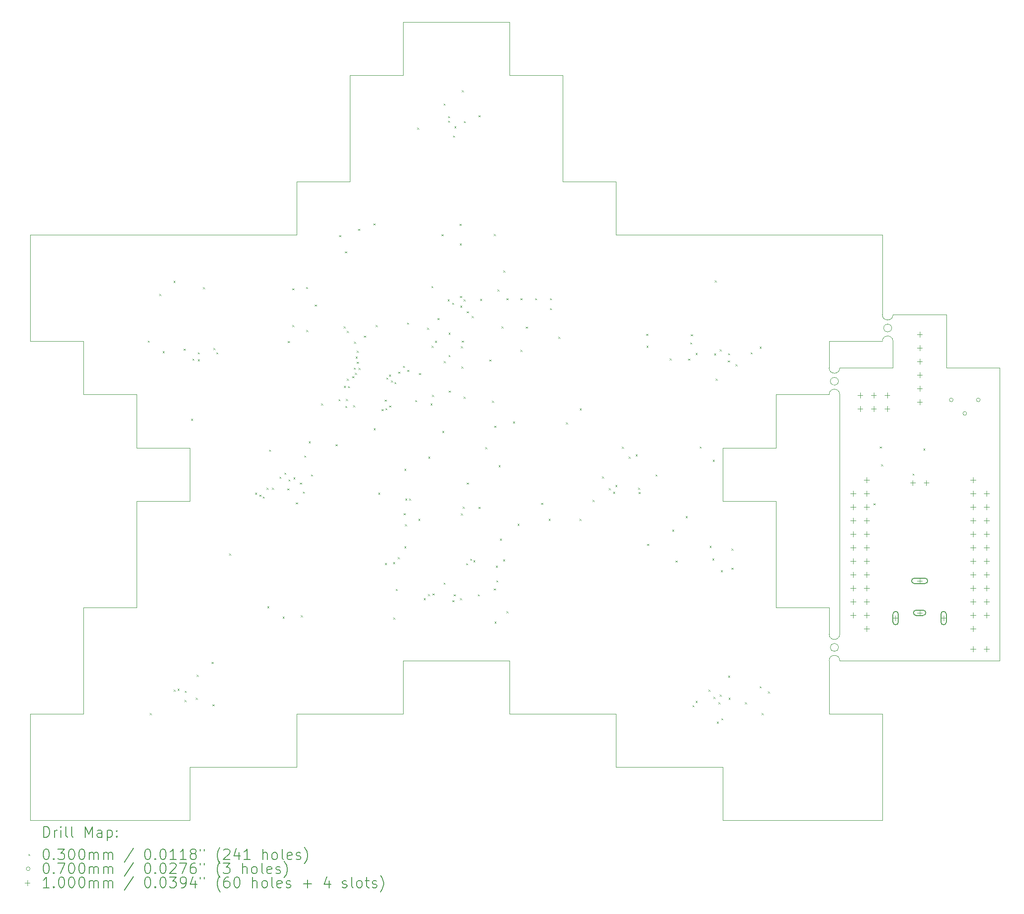
<source format=gbr>
%TF.GenerationSoftware,KiCad,Pcbnew,(6.0.7-1)-1*%
%TF.CreationDate,2022-10-07T15:09:25-06:00*%
%TF.ProjectId,starman,73746172-6d61-46e2-9e6b-696361645f70,rev?*%
%TF.SameCoordinates,Original*%
%TF.FileFunction,Drillmap*%
%TF.FilePolarity,Positive*%
%FSLAX45Y45*%
G04 Gerber Fmt 4.5, Leading zero omitted, Abs format (unit mm)*
G04 Created by KiCad (PCBNEW (6.0.7-1)-1) date 2022-10-07 15:09:25*
%MOMM*%
%LPD*%
G01*
G04 APERTURE LIST*
%ADD10C,0.100000*%
%ADD11C,0.200000*%
%ADD12C,0.030000*%
%ADD13C,0.070000*%
G04 APERTURE END LIST*
D10*
X19175000Y-8750000D02*
G75*
G03*
X19175000Y-8750000I-75000J0D01*
G01*
X18200000Y-11300000D02*
X18200000Y-10000000D01*
X18200000Y-15000000D02*
G75*
G03*
X18000000Y-15000000I-100000J0D01*
G01*
X10000000Y-3000000D02*
X12000000Y-3000000D01*
X17000000Y-12000000D02*
X17000000Y-14000000D01*
X6000000Y-17000000D02*
X6000000Y-18000000D01*
X21200000Y-9500000D02*
X20200000Y-9500000D01*
X18200000Y-14500000D02*
X18200000Y-11300000D01*
X12000000Y-3000000D02*
X12000000Y-4000000D01*
X16000000Y-11000000D02*
X16000000Y-12000000D01*
X13000000Y-4000000D02*
X13000000Y-6000000D01*
X9000000Y-6000000D02*
X9000000Y-4000000D01*
X18000000Y-15000000D02*
X18000000Y-16000000D01*
X14000000Y-6000000D02*
X14000000Y-7000000D01*
X16000000Y-17000000D02*
X14000000Y-17000000D01*
X4000000Y-10000000D02*
X4000000Y-9000000D01*
X3000000Y-16000000D02*
X4000000Y-16000000D01*
X12000000Y-16000000D02*
X12000000Y-15000000D01*
X21200000Y-11300000D02*
X21200000Y-15000000D01*
X4000000Y-14000000D02*
X5000000Y-14000000D01*
X3000000Y-9000000D02*
X3000000Y-8000000D01*
X18200000Y-9500000D02*
X19200000Y-9500000D01*
X12000000Y-15000000D02*
X10000000Y-15000000D01*
X5000000Y-12000000D02*
X6000000Y-12000000D01*
X10000000Y-4000000D02*
X10000000Y-3000000D01*
X19000000Y-9000000D02*
X18000000Y-9000000D01*
X18200000Y-10000000D02*
G75*
G03*
X18000000Y-10000000I-100000J0D01*
G01*
X16000000Y-12000000D02*
X17000000Y-12000000D01*
X5000000Y-13000000D02*
X5000000Y-12000000D01*
X3000000Y-8000000D02*
X3000000Y-7000000D01*
X8000000Y-16000000D02*
X8000000Y-17000000D01*
X13000000Y-6000000D02*
X14000000Y-6000000D01*
X18175000Y-9750000D02*
G75*
G03*
X18175000Y-9750000I-75000J0D01*
G01*
X17000000Y-10000000D02*
X17000000Y-11000000D01*
X5000000Y-14000000D02*
X5000000Y-13000000D01*
X5000000Y-11000000D02*
X5000000Y-10000000D01*
X3000000Y-7000000D02*
X8000000Y-7000000D01*
X18000000Y-14500000D02*
G75*
G03*
X18200000Y-14500000I100000J0D01*
G01*
X17000000Y-11000000D02*
X16000000Y-11000000D01*
X18000000Y-10000000D02*
X17000000Y-10000000D01*
X8000000Y-7000000D02*
X8000000Y-6000000D01*
X10000000Y-16000000D02*
X8000000Y-16000000D01*
X19200000Y-9000000D02*
G75*
G03*
X19000000Y-9000000I-100000J0D01*
G01*
X6000000Y-11000000D02*
X5000000Y-11000000D01*
X21200000Y-9500000D02*
X21200000Y-11300000D01*
X18175000Y-14750000D02*
G75*
G03*
X18175000Y-14750000I-75000J0D01*
G01*
X19000000Y-8500000D02*
G75*
G03*
X19200000Y-8500000I100000J0D01*
G01*
X12000000Y-4000000D02*
X13000000Y-4000000D01*
X6000000Y-12000000D02*
X6000000Y-11000000D01*
X18000000Y-9500000D02*
G75*
G03*
X18200000Y-9500000I100000J0D01*
G01*
X14000000Y-7000000D02*
X19000000Y-7000000D01*
X4000000Y-16000000D02*
X4000000Y-14000000D01*
X19000000Y-18000000D02*
X16000000Y-18000000D01*
X4000000Y-9000000D02*
X3000000Y-9000000D01*
X16000000Y-18000000D02*
X16000000Y-17000000D01*
X18000000Y-9000000D02*
X18000000Y-9500000D01*
X19000000Y-8000000D02*
X19000000Y-8500000D01*
X19000000Y-7000000D02*
X19000000Y-8000000D01*
X20200000Y-9500000D02*
X20200000Y-8500000D01*
X17000000Y-14000000D02*
X18000000Y-14000000D01*
X19200000Y-8500000D02*
X20200000Y-8500000D01*
X19200000Y-9500000D02*
X19200000Y-9000000D01*
X9000000Y-4000000D02*
X10000000Y-4000000D01*
X18000000Y-16000000D02*
X19000000Y-16000000D01*
X3000000Y-18000000D02*
X3000000Y-16000000D01*
X18000000Y-14000000D02*
X18000000Y-14500000D01*
X21200000Y-15000000D02*
X18200000Y-15000000D01*
X8000000Y-6000000D02*
X9000000Y-6000000D01*
X8000000Y-17000000D02*
X6000000Y-17000000D01*
X14000000Y-17000000D02*
X14000000Y-16000000D01*
X10000000Y-15000000D02*
X10000000Y-16000000D01*
X6000000Y-18000000D02*
X3000000Y-18000000D01*
X5000000Y-10000000D02*
X4000000Y-10000000D01*
X19000000Y-16000000D02*
X19000000Y-18000000D01*
X14000000Y-16000000D02*
X12000000Y-16000000D01*
D11*
D12*
X5205000Y-8985000D02*
X5235000Y-9015000D01*
X5235000Y-8985000D02*
X5205000Y-9015000D01*
X5245000Y-15985000D02*
X5275000Y-16015000D01*
X5275000Y-15985000D02*
X5245000Y-16015000D01*
X5425000Y-8112500D02*
X5455000Y-8142500D01*
X5455000Y-8112500D02*
X5425000Y-8142500D01*
X5485000Y-9185000D02*
X5515000Y-9215000D01*
X5515000Y-9185000D02*
X5485000Y-9215000D01*
X5687500Y-7865000D02*
X5717500Y-7895000D01*
X5717500Y-7865000D02*
X5687500Y-7895000D01*
X5693000Y-15542000D02*
X5723000Y-15572000D01*
X5723000Y-15542000D02*
X5693000Y-15572000D01*
X5765000Y-15527500D02*
X5795000Y-15557500D01*
X5795000Y-15527500D02*
X5765000Y-15557500D01*
X5880600Y-9140720D02*
X5910600Y-9170720D01*
X5910600Y-9140720D02*
X5880600Y-9170720D01*
X5897000Y-15740000D02*
X5927000Y-15770000D01*
X5927000Y-15740000D02*
X5897000Y-15770000D01*
X5902450Y-15565000D02*
X5932450Y-15595000D01*
X5932450Y-15565000D02*
X5902450Y-15595000D01*
X6020000Y-10457500D02*
X6050000Y-10487500D01*
X6050000Y-10457500D02*
X6020000Y-10487500D01*
X6045000Y-9325000D02*
X6075000Y-9355000D01*
X6075000Y-9325000D02*
X6045000Y-9355000D01*
X6108000Y-15698000D02*
X6138000Y-15728000D01*
X6138000Y-15698000D02*
X6108000Y-15728000D01*
X6125000Y-15265000D02*
X6155000Y-15295000D01*
X6155000Y-15265000D02*
X6125000Y-15295000D01*
X6146000Y-9208000D02*
X6176000Y-9238000D01*
X6176000Y-9208000D02*
X6146000Y-9238000D01*
X6146000Y-9340000D02*
X6176000Y-9370000D01*
X6176000Y-9340000D02*
X6146000Y-9370000D01*
X6245000Y-7985000D02*
X6275000Y-8015000D01*
X6275000Y-7985000D02*
X6245000Y-8015000D01*
X6405000Y-15025000D02*
X6435000Y-15055000D01*
X6435000Y-15025000D02*
X6405000Y-15055000D01*
X6420000Y-15820000D02*
X6450000Y-15850000D01*
X6450000Y-15820000D02*
X6420000Y-15850000D01*
X6440000Y-9125000D02*
X6470000Y-9155000D01*
X6470000Y-9125000D02*
X6440000Y-9155000D01*
X6495000Y-9205000D02*
X6525000Y-9235000D01*
X6525000Y-9205000D02*
X6495000Y-9235000D01*
X6735000Y-12985000D02*
X6765000Y-13015000D01*
X6765000Y-12985000D02*
X6735000Y-13015000D01*
X7220000Y-11845000D02*
X7250000Y-11875000D01*
X7250000Y-11845000D02*
X7220000Y-11875000D01*
X7303232Y-11882171D02*
X7333232Y-11912171D01*
X7333232Y-11882171D02*
X7303232Y-11912171D01*
X7365000Y-11915000D02*
X7395000Y-11945000D01*
X7395000Y-11915000D02*
X7365000Y-11945000D01*
X7439624Y-11749983D02*
X7469624Y-11779983D01*
X7469624Y-11749983D02*
X7439624Y-11779983D01*
X7450000Y-13980000D02*
X7480000Y-14010000D01*
X7480000Y-13980000D02*
X7450000Y-14010000D01*
X7485000Y-11037500D02*
X7515000Y-11067500D01*
X7515000Y-11037500D02*
X7485000Y-11067500D01*
X7538022Y-11752993D02*
X7568022Y-11782993D01*
X7568022Y-11752993D02*
X7538022Y-11782993D01*
X7678000Y-11544000D02*
X7708000Y-11574000D01*
X7708000Y-11544000D02*
X7678000Y-11574000D01*
X7737500Y-14172500D02*
X7767500Y-14202500D01*
X7767500Y-14172500D02*
X7737500Y-14202500D01*
X7774000Y-11466000D02*
X7804000Y-11496000D01*
X7804000Y-11466000D02*
X7774000Y-11496000D01*
X7828000Y-11764000D02*
X7858000Y-11794000D01*
X7858000Y-11764000D02*
X7828000Y-11794000D01*
X7835000Y-8995000D02*
X7865000Y-9025000D01*
X7865000Y-8995000D02*
X7835000Y-9025000D01*
X7848507Y-11595062D02*
X7878507Y-11625062D01*
X7878507Y-11595062D02*
X7848507Y-11625062D01*
X7919000Y-8004000D02*
X7949000Y-8034000D01*
X7949000Y-8004000D02*
X7919000Y-8034000D01*
X7919000Y-8693000D02*
X7949000Y-8723000D01*
X7949000Y-8693000D02*
X7919000Y-8723000D01*
X7940000Y-11557500D02*
X7970000Y-11587500D01*
X7970000Y-11557500D02*
X7940000Y-11587500D01*
X7988800Y-12026160D02*
X8018800Y-12056160D01*
X8018800Y-12026160D02*
X7988800Y-12056160D01*
X8065000Y-11655000D02*
X8095000Y-11685000D01*
X8095000Y-11655000D02*
X8065000Y-11685000D01*
X8080000Y-14145000D02*
X8110000Y-14175000D01*
X8110000Y-14145000D02*
X8080000Y-14175000D01*
X8120880Y-11822960D02*
X8150880Y-11852960D01*
X8150880Y-11822960D02*
X8120880Y-11852960D01*
X8145000Y-11145000D02*
X8175000Y-11175000D01*
X8175000Y-11145000D02*
X8145000Y-11175000D01*
X8176760Y-7977400D02*
X8206760Y-8007400D01*
X8206760Y-7977400D02*
X8176760Y-8007400D01*
X8185000Y-8787500D02*
X8215000Y-8817500D01*
X8215000Y-8787500D02*
X8185000Y-8817500D01*
X8230720Y-10880000D02*
X8260720Y-10910000D01*
X8260720Y-10880000D02*
X8230720Y-10910000D01*
X8271250Y-11500890D02*
X8301250Y-11530890D01*
X8301250Y-11500890D02*
X8271250Y-11530890D01*
X8342500Y-8310000D02*
X8372500Y-8340000D01*
X8372500Y-8310000D02*
X8342500Y-8340000D01*
X8460000Y-10170000D02*
X8490000Y-10200000D01*
X8490000Y-10170000D02*
X8460000Y-10200000D01*
X8735000Y-10935000D02*
X8765000Y-10965000D01*
X8765000Y-10935000D02*
X8735000Y-10965000D01*
X8788000Y-10088000D02*
X8818000Y-10118000D01*
X8818000Y-10088000D02*
X8788000Y-10118000D01*
X8801600Y-7007120D02*
X8831600Y-7037120D01*
X8831600Y-7007120D02*
X8801600Y-7037120D01*
X8885000Y-8721000D02*
X8915000Y-8751000D01*
X8915000Y-8721000D02*
X8885000Y-8751000D01*
X8891670Y-9835880D02*
X8921670Y-9865880D01*
X8921670Y-9835880D02*
X8891670Y-9865880D01*
X8912500Y-7310000D02*
X8942500Y-7340000D01*
X8942500Y-7310000D02*
X8912500Y-7340000D01*
X8915000Y-10215000D02*
X8945000Y-10245000D01*
X8945000Y-10215000D02*
X8915000Y-10245000D01*
X8927550Y-10083899D02*
X8957550Y-10113899D01*
X8957550Y-10083899D02*
X8927550Y-10113899D01*
X8943062Y-9702261D02*
X8973062Y-9732261D01*
X8973062Y-9702261D02*
X8943062Y-9732261D01*
X8945000Y-8805000D02*
X8975000Y-8835000D01*
X8975000Y-8805000D02*
X8945000Y-8835000D01*
X8965223Y-9842327D02*
X8995223Y-9872327D01*
X8995223Y-9842327D02*
X8965223Y-9872327D01*
X9045000Y-9655000D02*
X9075000Y-9685000D01*
X9075000Y-9655000D02*
X9045000Y-9685000D01*
X9065000Y-10200000D02*
X9095000Y-10230000D01*
X9095000Y-10200000D02*
X9065000Y-10230000D01*
X9075000Y-9495000D02*
X9105000Y-9525000D01*
X9105000Y-9495000D02*
X9075000Y-9525000D01*
X9080000Y-9010000D02*
X9110000Y-9040000D01*
X9110000Y-9010000D02*
X9080000Y-9040000D01*
X9097500Y-9590000D02*
X9127500Y-9620000D01*
X9127500Y-9590000D02*
X9097500Y-9620000D01*
X9110000Y-9285000D02*
X9140000Y-9315000D01*
X9140000Y-9285000D02*
X9110000Y-9315000D01*
X9130000Y-9175000D02*
X9160000Y-9205000D01*
X9160000Y-9175000D02*
X9130000Y-9205000D01*
X9130000Y-9385000D02*
X9160000Y-9415000D01*
X9160000Y-9385000D02*
X9130000Y-9415000D01*
X9157500Y-6887500D02*
X9187500Y-6917500D01*
X9187500Y-6887500D02*
X9157500Y-6917500D01*
X9165000Y-9500000D02*
X9195000Y-9530000D01*
X9195000Y-9500000D02*
X9165000Y-9530000D01*
X9265000Y-8895000D02*
X9295000Y-8925000D01*
X9295000Y-8895000D02*
X9265000Y-8925000D01*
X9445000Y-6785000D02*
X9475000Y-6815000D01*
X9475000Y-6785000D02*
X9445000Y-6815000D01*
X9447500Y-10632500D02*
X9477500Y-10662500D01*
X9477500Y-10632500D02*
X9447500Y-10662500D01*
X9485000Y-8695000D02*
X9515000Y-8725000D01*
X9515000Y-8695000D02*
X9485000Y-8725000D01*
X9535000Y-11845000D02*
X9565000Y-11875000D01*
X9565000Y-11845000D02*
X9535000Y-11875000D01*
X9597500Y-10275000D02*
X9627500Y-10305000D01*
X9627500Y-10275000D02*
X9597500Y-10305000D01*
X9655000Y-10095000D02*
X9685000Y-10125000D01*
X9685000Y-10095000D02*
X9655000Y-10125000D01*
X9660000Y-13165000D02*
X9690000Y-13195000D01*
X9690000Y-13165000D02*
X9660000Y-13195000D01*
X9667500Y-10254950D02*
X9697500Y-10284950D01*
X9697500Y-10254950D02*
X9667500Y-10284950D01*
X9684282Y-9682450D02*
X9714282Y-9712450D01*
X9714282Y-9682450D02*
X9684282Y-9712450D01*
X9735000Y-9627550D02*
X9765000Y-9657550D01*
X9765000Y-9627550D02*
X9735000Y-9657550D01*
X9740000Y-10207500D02*
X9770000Y-10237500D01*
X9770000Y-10207500D02*
X9740000Y-10237500D01*
X9775000Y-9735000D02*
X9805000Y-9765000D01*
X9805000Y-9735000D02*
X9775000Y-9765000D01*
X9812500Y-13150000D02*
X9842500Y-13180000D01*
X9842500Y-13150000D02*
X9812500Y-13180000D01*
X9818989Y-14187450D02*
X9848989Y-14217450D01*
X9848989Y-14187450D02*
X9818989Y-14217450D01*
X9838162Y-9765000D02*
X9868162Y-9795000D01*
X9868162Y-9765000D02*
X9838162Y-9795000D01*
X9862500Y-13650000D02*
X9892500Y-13680000D01*
X9892500Y-13650000D02*
X9862500Y-13680000D01*
X9902500Y-13055000D02*
X9932500Y-13085000D01*
X9932500Y-13055000D02*
X9902500Y-13085000D01*
X9910000Y-9570000D02*
X9940000Y-9600000D01*
X9940000Y-9570000D02*
X9910000Y-9600000D01*
X10000220Y-9461740D02*
X10030220Y-9491740D01*
X10030220Y-9461740D02*
X10000220Y-9491740D01*
X10009950Y-12230000D02*
X10039950Y-12260000D01*
X10039950Y-12230000D02*
X10009950Y-12260000D01*
X10022500Y-12852500D02*
X10052500Y-12882500D01*
X10052500Y-12852500D02*
X10022500Y-12882500D01*
X10025000Y-11395000D02*
X10055000Y-11425000D01*
X10055000Y-11395000D02*
X10025000Y-11425000D01*
X10035000Y-12435000D02*
X10065000Y-12465000D01*
X10065000Y-12435000D02*
X10035000Y-12465000D01*
X10042500Y-11952500D02*
X10072500Y-11982500D01*
X10072500Y-11952500D02*
X10042500Y-11982500D01*
X10076000Y-8647000D02*
X10106000Y-8677000D01*
X10106000Y-8647000D02*
X10076000Y-8677000D01*
X10078960Y-9535400D02*
X10108960Y-9565400D01*
X10108960Y-9535400D02*
X10078960Y-9565400D01*
X10112500Y-11952500D02*
X10142500Y-11982500D01*
X10142500Y-11952500D02*
X10112500Y-11982500D01*
X10227500Y-10105000D02*
X10257500Y-10135000D01*
X10257500Y-10105000D02*
X10227500Y-10135000D01*
X10265000Y-4985000D02*
X10295000Y-5015000D01*
X10295000Y-4985000D02*
X10265000Y-5015000D01*
X10285000Y-12335000D02*
X10315000Y-12365000D01*
X10315000Y-12335000D02*
X10285000Y-12365000D01*
X10300000Y-9597500D02*
X10330000Y-9627500D01*
X10330000Y-9597500D02*
X10300000Y-9627500D01*
X10387000Y-13827000D02*
X10417000Y-13857000D01*
X10417000Y-13827000D02*
X10387000Y-13857000D01*
X10452000Y-8747000D02*
X10482000Y-8777000D01*
X10482000Y-8747000D02*
X10452000Y-8777000D01*
X10466753Y-13748536D02*
X10496753Y-13778536D01*
X10496753Y-13748536D02*
X10466753Y-13778536D01*
X10475000Y-11167500D02*
X10505000Y-11197500D01*
X10505000Y-11167500D02*
X10475000Y-11197500D01*
X10515000Y-10167500D02*
X10545000Y-10197500D01*
X10545000Y-10167500D02*
X10515000Y-10197500D01*
X10532500Y-7962500D02*
X10562500Y-7992500D01*
X10562500Y-7962500D02*
X10532500Y-7992500D01*
X10535000Y-9085000D02*
X10565000Y-9115000D01*
X10565000Y-9085000D02*
X10535000Y-9115000D01*
X10545000Y-10005000D02*
X10575000Y-10035000D01*
X10575000Y-10005000D02*
X10545000Y-10035000D01*
X10553000Y-13735000D02*
X10583000Y-13765000D01*
X10583000Y-13735000D02*
X10553000Y-13765000D01*
X10600000Y-8990000D02*
X10630000Y-9020000D01*
X10630000Y-8990000D02*
X10600000Y-9020000D01*
X10645000Y-8565000D02*
X10675000Y-8595000D01*
X10675000Y-8565000D02*
X10645000Y-8595000D01*
X10722500Y-6987500D02*
X10752500Y-7017500D01*
X10752500Y-6987500D02*
X10722500Y-7017500D01*
X10735000Y-10685000D02*
X10765000Y-10715000D01*
X10765000Y-10685000D02*
X10735000Y-10715000D01*
X10760000Y-4535000D02*
X10790000Y-4565000D01*
X10790000Y-4535000D02*
X10760000Y-4565000D01*
X10760000Y-13535000D02*
X10790000Y-13565000D01*
X10790000Y-13535000D02*
X10760000Y-13565000D01*
X10765000Y-9370000D02*
X10795000Y-9400000D01*
X10795000Y-9370000D02*
X10765000Y-9400000D01*
X10837500Y-8210000D02*
X10867500Y-8240000D01*
X10867500Y-8210000D02*
X10837500Y-8240000D01*
X10845050Y-4768962D02*
X10875050Y-4798962D01*
X10875050Y-4768962D02*
X10845050Y-4798962D01*
X10845050Y-4855000D02*
X10875050Y-4885000D01*
X10875050Y-4855000D02*
X10845050Y-4885000D01*
X10855000Y-8840000D02*
X10885000Y-8870000D01*
X10885000Y-8840000D02*
X10855000Y-8870000D01*
X10855000Y-9257500D02*
X10885000Y-9287500D01*
X10885000Y-9257500D02*
X10855000Y-9287500D01*
X10860000Y-9925000D02*
X10890000Y-9955000D01*
X10890000Y-9925000D02*
X10860000Y-9955000D01*
X10920761Y-8276412D02*
X10950761Y-8306412D01*
X10950761Y-8276412D02*
X10920761Y-8306412D01*
X10925000Y-13865000D02*
X10955000Y-13895000D01*
X10955000Y-13865000D02*
X10925000Y-13895000D01*
X10937500Y-5135000D02*
X10967500Y-5165000D01*
X10967500Y-5135000D02*
X10937500Y-5165000D01*
X10950000Y-13755000D02*
X10980000Y-13785000D01*
X10980000Y-13755000D02*
X10950000Y-13785000D01*
X10965000Y-4960000D02*
X10995000Y-4990000D01*
X10995000Y-4960000D02*
X10965000Y-4990000D01*
X11063000Y-6794000D02*
X11093000Y-6824000D01*
X11093000Y-6794000D02*
X11063000Y-6824000D01*
X11067450Y-7162450D02*
X11097450Y-7192450D01*
X11097450Y-7162450D02*
X11067450Y-7192450D01*
X11070000Y-8150000D02*
X11100000Y-8180000D01*
X11100000Y-8150000D02*
X11070000Y-8180000D01*
X11070000Y-13825000D02*
X11100000Y-13855000D01*
X11100000Y-13825000D02*
X11070000Y-13855000D01*
X11072500Y-8330000D02*
X11102500Y-8360000D01*
X11102500Y-8330000D02*
X11072500Y-8360000D01*
X11087500Y-9092500D02*
X11117500Y-9122500D01*
X11117500Y-9092500D02*
X11087500Y-9122500D01*
X11087500Y-12235000D02*
X11117500Y-12265000D01*
X11117500Y-12235000D02*
X11087500Y-12265000D01*
X11095000Y-9475000D02*
X11125000Y-9505000D01*
X11125000Y-9475000D02*
X11095000Y-9505000D01*
X11105000Y-4285000D02*
X11135000Y-4315000D01*
X11135000Y-4285000D02*
X11105000Y-4315000D01*
X11105000Y-8985000D02*
X11135000Y-9015000D01*
X11135000Y-8985000D02*
X11105000Y-9015000D01*
X11120000Y-12105000D02*
X11150000Y-12135000D01*
X11150000Y-12105000D02*
X11120000Y-12135000D01*
X11140000Y-8212598D02*
X11170000Y-8242598D01*
X11170000Y-8212598D02*
X11140000Y-8242598D01*
X11140000Y-10040000D02*
X11170000Y-10070000D01*
X11170000Y-10040000D02*
X11140000Y-10070000D01*
X11140106Y-4862606D02*
X11170106Y-4892606D01*
X11170106Y-4862606D02*
X11140106Y-4892606D01*
X11185000Y-13170000D02*
X11215000Y-13200000D01*
X11215000Y-13170000D02*
X11185000Y-13200000D01*
X11195000Y-11655000D02*
X11225000Y-11685000D01*
X11225000Y-11655000D02*
X11195000Y-11685000D01*
X11196250Y-8436250D02*
X11226250Y-8466250D01*
X11226250Y-8436250D02*
X11196250Y-8466250D01*
X11260000Y-13085000D02*
X11290000Y-13115000D01*
X11290000Y-13085000D02*
X11260000Y-13115000D01*
X11290000Y-8527500D02*
X11320000Y-8557500D01*
X11320000Y-8527500D02*
X11290000Y-8557500D01*
X11318093Y-13114047D02*
X11348093Y-13144047D01*
X11348093Y-13114047D02*
X11318093Y-13144047D01*
X11402500Y-13755000D02*
X11432500Y-13785000D01*
X11432500Y-13755000D02*
X11402500Y-13785000D01*
X11415000Y-4755000D02*
X11445000Y-4785000D01*
X11445000Y-4755000D02*
X11415000Y-4785000D01*
X11415000Y-12112500D02*
X11445000Y-12142500D01*
X11445000Y-12112500D02*
X11415000Y-12142500D01*
X11445000Y-8202500D02*
X11475000Y-8232500D01*
X11475000Y-8202500D02*
X11445000Y-8232500D01*
X11545000Y-10987500D02*
X11575000Y-11017500D01*
X11575000Y-10987500D02*
X11545000Y-11017500D01*
X11620000Y-9342500D02*
X11650000Y-9372500D01*
X11650000Y-9342500D02*
X11620000Y-9372500D01*
X11670000Y-10117500D02*
X11700000Y-10147500D01*
X11700000Y-10117500D02*
X11670000Y-10147500D01*
X11705000Y-6985000D02*
X11735000Y-7015000D01*
X11735000Y-6985000D02*
X11705000Y-7015000D01*
X11705000Y-13645000D02*
X11735000Y-13675000D01*
X11735000Y-13645000D02*
X11705000Y-13675000D01*
X11715000Y-10585000D02*
X11745000Y-10615000D01*
X11745000Y-10585000D02*
X11715000Y-10615000D01*
X11717500Y-14267500D02*
X11747500Y-14297500D01*
X11747500Y-14267500D02*
X11717500Y-14297500D01*
X11745000Y-13215000D02*
X11775000Y-13245000D01*
X11775000Y-13215000D02*
X11745000Y-13245000D01*
X11752450Y-13490000D02*
X11782450Y-13520000D01*
X11782450Y-13490000D02*
X11752450Y-13520000D01*
X11775000Y-8027500D02*
X11805000Y-8057500D01*
X11805000Y-8027500D02*
X11775000Y-8057500D01*
X11795000Y-11330000D02*
X11825000Y-11360000D01*
X11825000Y-11330000D02*
X11795000Y-11360000D01*
X11820000Y-12710000D02*
X11850000Y-12740000D01*
X11850000Y-12710000D02*
X11820000Y-12740000D01*
X11847500Y-8720000D02*
X11877500Y-8750000D01*
X11877500Y-8720000D02*
X11847500Y-8750000D01*
X11880000Y-13095000D02*
X11910000Y-13125000D01*
X11910000Y-13095000D02*
X11880000Y-13125000D01*
X11885000Y-7670000D02*
X11915000Y-7700000D01*
X11915000Y-7670000D02*
X11885000Y-7700000D01*
X11940000Y-8190000D02*
X11970000Y-8220000D01*
X11970000Y-8190000D02*
X11940000Y-8220000D01*
X11942500Y-14072500D02*
X11972500Y-14102500D01*
X11972500Y-14072500D02*
X11942500Y-14102500D01*
X12065000Y-10505000D02*
X12095000Y-10535000D01*
X12095000Y-10505000D02*
X12065000Y-10535000D01*
X12150000Y-12430000D02*
X12180000Y-12460000D01*
X12180000Y-12430000D02*
X12150000Y-12460000D01*
X12203000Y-9158000D02*
X12233000Y-9188000D01*
X12233000Y-9158000D02*
X12203000Y-9188000D01*
X12205000Y-8190000D02*
X12235000Y-8220000D01*
X12235000Y-8190000D02*
X12205000Y-8220000D01*
X12305000Y-8725000D02*
X12335000Y-8755000D01*
X12335000Y-8725000D02*
X12305000Y-8755000D01*
X12480000Y-8190000D02*
X12510000Y-8220000D01*
X12510000Y-8190000D02*
X12480000Y-8220000D01*
X12595000Y-12035000D02*
X12625000Y-12065000D01*
X12625000Y-12035000D02*
X12595000Y-12065000D01*
X12735000Y-12335000D02*
X12765000Y-12365000D01*
X12765000Y-12335000D02*
X12735000Y-12365000D01*
X12759000Y-8377000D02*
X12789000Y-8407000D01*
X12789000Y-8377000D02*
X12759000Y-8407000D01*
X12760000Y-8190000D02*
X12790000Y-8220000D01*
X12790000Y-8190000D02*
X12760000Y-8220000D01*
X12915000Y-8915000D02*
X12945000Y-8945000D01*
X12945000Y-8915000D02*
X12915000Y-8945000D01*
X13060000Y-10522500D02*
X13090000Y-10552500D01*
X13090000Y-10522500D02*
X13060000Y-10552500D01*
X13315000Y-12335000D02*
X13345000Y-12365000D01*
X13345000Y-12335000D02*
X13315000Y-12365000D01*
X13318000Y-10260000D02*
X13348000Y-10290000D01*
X13348000Y-10260000D02*
X13318000Y-10290000D01*
X13560000Y-11977500D02*
X13590000Y-12007500D01*
X13590000Y-11977500D02*
X13560000Y-12007500D01*
X13735000Y-11540000D02*
X13765000Y-11570000D01*
X13765000Y-11540000D02*
X13735000Y-11570000D01*
X13863205Y-11757450D02*
X13893205Y-11787450D01*
X13893205Y-11757450D02*
X13863205Y-11787450D01*
X13945000Y-11825000D02*
X13975000Y-11855000D01*
X13975000Y-11825000D02*
X13945000Y-11855000D01*
X13988000Y-11698000D02*
X14018000Y-11728000D01*
X14018000Y-11698000D02*
X13988000Y-11728000D01*
X14110000Y-10982500D02*
X14140000Y-11012500D01*
X14140000Y-10982500D02*
X14110000Y-11012500D01*
X14235000Y-11167500D02*
X14265000Y-11197500D01*
X14265000Y-11167500D02*
X14235000Y-11197500D01*
X14367500Y-11122500D02*
X14397500Y-11152500D01*
X14397500Y-11122500D02*
X14367500Y-11152500D01*
X14412788Y-11752401D02*
X14442788Y-11782401D01*
X14442788Y-11752401D02*
X14412788Y-11782401D01*
X14422613Y-11829608D02*
X14452613Y-11859608D01*
X14452613Y-11829608D02*
X14422613Y-11859608D01*
X14569000Y-8858000D02*
X14599000Y-8888000D01*
X14599000Y-8858000D02*
X14569000Y-8888000D01*
X14571000Y-9086000D02*
X14601000Y-9116000D01*
X14601000Y-9086000D02*
X14571000Y-9116000D01*
X14585000Y-12805000D02*
X14615000Y-12835000D01*
X14615000Y-12805000D02*
X14585000Y-12835000D01*
X14740000Y-11503000D02*
X14770000Y-11533000D01*
X14770000Y-11503000D02*
X14740000Y-11533000D01*
X15007000Y-9321000D02*
X15037000Y-9351000D01*
X15037000Y-9321000D02*
X15007000Y-9351000D01*
X15052500Y-12537500D02*
X15082500Y-12567500D01*
X15082500Y-12537500D02*
X15052500Y-12567500D01*
X15118000Y-13119000D02*
X15148000Y-13149000D01*
X15148000Y-13119000D02*
X15118000Y-13149000D01*
X15307500Y-12285000D02*
X15337500Y-12315000D01*
X15337500Y-12285000D02*
X15307500Y-12315000D01*
X15352000Y-9324000D02*
X15382000Y-9354000D01*
X15382000Y-9324000D02*
X15352000Y-9354000D01*
X15392000Y-9019000D02*
X15422000Y-9049000D01*
X15422000Y-9019000D02*
X15392000Y-9049000D01*
X15403157Y-8868333D02*
X15433157Y-8898333D01*
X15433157Y-8868333D02*
X15403157Y-8898333D01*
X15435000Y-15835000D02*
X15465000Y-15865000D01*
X15465000Y-15835000D02*
X15435000Y-15865000D01*
X15495000Y-9219950D02*
X15525000Y-9249950D01*
X15525000Y-9219950D02*
X15495000Y-9249950D01*
X15495000Y-15755000D02*
X15525000Y-15785000D01*
X15525000Y-15755000D02*
X15495000Y-15785000D01*
X15570000Y-10975000D02*
X15600000Y-11005000D01*
X15600000Y-10975000D02*
X15570000Y-11005000D01*
X15735000Y-15545000D02*
X15765000Y-15575000D01*
X15765000Y-15545000D02*
X15735000Y-15575000D01*
X15755050Y-12845000D02*
X15785050Y-12875000D01*
X15785050Y-12845000D02*
X15755050Y-12875000D01*
X15807500Y-13080000D02*
X15837500Y-13110000D01*
X15837500Y-13080000D02*
X15807500Y-13110000D01*
X15815000Y-11225000D02*
X15845000Y-11255000D01*
X15845000Y-11225000D02*
X15815000Y-11255000D01*
X15830044Y-15680044D02*
X15860044Y-15710044D01*
X15860044Y-15680044D02*
X15830044Y-15710044D01*
X15842480Y-9227080D02*
X15872480Y-9257080D01*
X15872480Y-9227080D02*
X15842480Y-9257080D01*
X15855000Y-7855000D02*
X15885000Y-7885000D01*
X15885000Y-7855000D02*
X15855000Y-7885000D01*
X15872500Y-9702500D02*
X15902500Y-9732500D01*
X15902500Y-9702500D02*
X15872500Y-9732500D01*
X15890000Y-16145000D02*
X15920000Y-16175000D01*
X15920000Y-16145000D02*
X15890000Y-16175000D01*
X15923000Y-15782000D02*
X15953000Y-15812000D01*
X15953000Y-15782000D02*
X15923000Y-15812000D01*
X15945000Y-9154000D02*
X15975000Y-9184000D01*
X15975000Y-9154000D02*
X15945000Y-9184000D01*
X15949000Y-15638000D02*
X15979000Y-15668000D01*
X15979000Y-15638000D02*
X15949000Y-15668000D01*
X15967500Y-13300000D02*
X15997500Y-13330000D01*
X15997500Y-13300000D02*
X15967500Y-13330000D01*
X15975000Y-16080000D02*
X16005000Y-16110000D01*
X16005000Y-16080000D02*
X15975000Y-16110000D01*
X16097401Y-9360000D02*
X16127401Y-9390000D01*
X16127401Y-9360000D02*
X16097401Y-9390000D01*
X16105000Y-9225000D02*
X16135000Y-9255000D01*
X16135000Y-9225000D02*
X16105000Y-9255000D01*
X16105000Y-15280000D02*
X16135000Y-15310000D01*
X16135000Y-15280000D02*
X16105000Y-15310000D01*
X16110000Y-15695000D02*
X16140000Y-15725000D01*
X16140000Y-15695000D02*
X16110000Y-15725000D01*
X16165000Y-12895000D02*
X16195000Y-12925000D01*
X16195000Y-12895000D02*
X16165000Y-12925000D01*
X16165025Y-13254975D02*
X16195025Y-13284975D01*
X16195025Y-13254975D02*
X16165025Y-13284975D01*
X16242500Y-9432500D02*
X16272500Y-9462500D01*
X16272500Y-9432500D02*
X16242500Y-9462500D01*
X16422500Y-15782500D02*
X16452500Y-15812500D01*
X16452500Y-15782500D02*
X16422500Y-15812500D01*
X16525000Y-9205000D02*
X16555000Y-9235000D01*
X16555000Y-9205000D02*
X16525000Y-9235000D01*
X16695000Y-9100000D02*
X16725000Y-9130000D01*
X16725000Y-9100000D02*
X16695000Y-9130000D01*
X16695000Y-15480000D02*
X16725000Y-15510000D01*
X16725000Y-15480000D02*
X16695000Y-15510000D01*
X16735000Y-15985000D02*
X16765000Y-16015000D01*
X16765000Y-15985000D02*
X16735000Y-16015000D01*
X16855000Y-15580000D02*
X16885000Y-15610000D01*
X16885000Y-15580000D02*
X16855000Y-15610000D01*
X18835000Y-12045000D02*
X18865000Y-12075000D01*
X18865000Y-12045000D02*
X18835000Y-12075000D01*
X18952500Y-10977500D02*
X18982500Y-11007500D01*
X18982500Y-10977500D02*
X18952500Y-11007500D01*
X18977500Y-11312500D02*
X19007500Y-11342500D01*
X19007500Y-11312500D02*
X18977500Y-11342500D01*
X19565000Y-11485000D02*
X19595000Y-11515000D01*
X19595000Y-11485000D02*
X19565000Y-11515000D01*
X19770000Y-11015000D02*
X19800000Y-11045000D01*
X19800000Y-11015000D02*
X19770000Y-11045000D01*
D13*
X20329500Y-10100000D02*
G75*
G03*
X20329500Y-10100000I-35000J0D01*
G01*
X20583500Y-10354000D02*
G75*
G03*
X20583500Y-10354000I-35000J0D01*
G01*
X20837500Y-10100000D02*
G75*
G03*
X20837500Y-10100000I-35000J0D01*
G01*
D10*
X18450000Y-11807500D02*
X18450000Y-11907500D01*
X18400000Y-11857500D02*
X18500000Y-11857500D01*
X18450000Y-12061500D02*
X18450000Y-12161500D01*
X18400000Y-12111500D02*
X18500000Y-12111500D01*
X18450000Y-12315500D02*
X18450000Y-12415500D01*
X18400000Y-12365500D02*
X18500000Y-12365500D01*
X18450000Y-12569500D02*
X18450000Y-12669500D01*
X18400000Y-12619500D02*
X18500000Y-12619500D01*
X18450000Y-12823500D02*
X18450000Y-12923500D01*
X18400000Y-12873500D02*
X18500000Y-12873500D01*
X18450000Y-13077500D02*
X18450000Y-13177500D01*
X18400000Y-13127500D02*
X18500000Y-13127500D01*
X18450000Y-13331500D02*
X18450000Y-13431500D01*
X18400000Y-13381500D02*
X18500000Y-13381500D01*
X18450000Y-13585500D02*
X18450000Y-13685500D01*
X18400000Y-13635500D02*
X18500000Y-13635500D01*
X18450000Y-13839500D02*
X18450000Y-13939500D01*
X18400000Y-13889500D02*
X18500000Y-13889500D01*
X18450000Y-14093500D02*
X18450000Y-14193500D01*
X18400000Y-14143500D02*
X18500000Y-14143500D01*
X18582500Y-9966000D02*
X18582500Y-10066000D01*
X18532500Y-10016000D02*
X18632500Y-10016000D01*
X18582500Y-10220000D02*
X18582500Y-10320000D01*
X18532500Y-10270000D02*
X18632500Y-10270000D01*
X18704000Y-11553500D02*
X18704000Y-11653500D01*
X18654000Y-11603500D02*
X18754000Y-11603500D01*
X18704000Y-11807500D02*
X18704000Y-11907500D01*
X18654000Y-11857500D02*
X18754000Y-11857500D01*
X18704000Y-12061500D02*
X18704000Y-12161500D01*
X18654000Y-12111500D02*
X18754000Y-12111500D01*
X18704000Y-12315500D02*
X18704000Y-12415500D01*
X18654000Y-12365500D02*
X18754000Y-12365500D01*
X18704000Y-12569500D02*
X18704000Y-12669500D01*
X18654000Y-12619500D02*
X18754000Y-12619500D01*
X18704000Y-12823500D02*
X18704000Y-12923500D01*
X18654000Y-12873500D02*
X18754000Y-12873500D01*
X18704000Y-13077500D02*
X18704000Y-13177500D01*
X18654000Y-13127500D02*
X18754000Y-13127500D01*
X18704000Y-13331500D02*
X18704000Y-13431500D01*
X18654000Y-13381500D02*
X18754000Y-13381500D01*
X18704000Y-13585500D02*
X18704000Y-13685500D01*
X18654000Y-13635500D02*
X18754000Y-13635500D01*
X18704000Y-13839500D02*
X18704000Y-13939500D01*
X18654000Y-13889500D02*
X18754000Y-13889500D01*
X18704000Y-14093500D02*
X18704000Y-14193500D01*
X18654000Y-14143500D02*
X18754000Y-14143500D01*
X18704000Y-14347500D02*
X18704000Y-14447500D01*
X18654000Y-14397500D02*
X18754000Y-14397500D01*
X18836500Y-9966000D02*
X18836500Y-10066000D01*
X18786500Y-10016000D02*
X18886500Y-10016000D01*
X18836500Y-10220000D02*
X18836500Y-10320000D01*
X18786500Y-10270000D02*
X18886500Y-10270000D01*
X19090500Y-9966000D02*
X19090500Y-10066000D01*
X19040500Y-10016000D02*
X19140500Y-10016000D01*
X19090500Y-10220000D02*
X19090500Y-10320000D01*
X19040500Y-10270000D02*
X19140500Y-10270000D01*
X19250000Y-14150000D02*
X19250000Y-14250000D01*
X19200000Y-14200000D02*
X19300000Y-14200000D01*
D11*
X19200000Y-14125000D02*
X19200000Y-14275000D01*
X19300000Y-14125000D02*
X19300000Y-14275000D01*
X19200000Y-14275000D02*
G75*
G03*
X19300000Y-14275000I50000J0D01*
G01*
X19300000Y-14125000D02*
G75*
G03*
X19200000Y-14125000I-50000J0D01*
G01*
D10*
X19572500Y-11610000D02*
X19572500Y-11710000D01*
X19522500Y-11660000D02*
X19622500Y-11660000D01*
X19700000Y-8820000D02*
X19700000Y-8920000D01*
X19650000Y-8870000D02*
X19750000Y-8870000D01*
X19700000Y-9074000D02*
X19700000Y-9174000D01*
X19650000Y-9124000D02*
X19750000Y-9124000D01*
X19700000Y-9328000D02*
X19700000Y-9428000D01*
X19650000Y-9378000D02*
X19750000Y-9378000D01*
X19700000Y-9582000D02*
X19700000Y-9682000D01*
X19650000Y-9632000D02*
X19750000Y-9632000D01*
X19700000Y-9836000D02*
X19700000Y-9936000D01*
X19650000Y-9886000D02*
X19750000Y-9886000D01*
X19700000Y-10090000D02*
X19700000Y-10190000D01*
X19650000Y-10140000D02*
X19750000Y-10140000D01*
X19700000Y-13450000D02*
X19700000Y-13550000D01*
X19650000Y-13500000D02*
X19750000Y-13500000D01*
D11*
X19600000Y-13550000D02*
X19800000Y-13550000D01*
X19600000Y-13450000D02*
X19800000Y-13450000D01*
X19800000Y-13550000D02*
G75*
G03*
X19800000Y-13450000I0J50000D01*
G01*
X19600000Y-13450000D02*
G75*
G03*
X19600000Y-13550000I0J-50000D01*
G01*
D10*
X19700000Y-14050000D02*
X19700000Y-14150000D01*
X19650000Y-14100000D02*
X19750000Y-14100000D01*
D11*
X19635000Y-14150000D02*
X19765000Y-14150000D01*
X19635000Y-14050000D02*
X19765000Y-14050000D01*
X19765000Y-14150000D02*
G75*
G03*
X19765000Y-14050000I0J50000D01*
G01*
X19635000Y-14050000D02*
G75*
G03*
X19635000Y-14150000I0J-50000D01*
G01*
D10*
X19826500Y-11610000D02*
X19826500Y-11710000D01*
X19776500Y-11660000D02*
X19876500Y-11660000D01*
X20150000Y-14150000D02*
X20150000Y-14250000D01*
X20100000Y-14200000D02*
X20200000Y-14200000D01*
D11*
X20100000Y-14125000D02*
X20100000Y-14275000D01*
X20200000Y-14125000D02*
X20200000Y-14275000D01*
X20100000Y-14275000D02*
G75*
G03*
X20200000Y-14275000I50000J0D01*
G01*
X20200000Y-14125000D02*
G75*
G03*
X20100000Y-14125000I-50000J0D01*
G01*
D10*
X20700000Y-11552500D02*
X20700000Y-11652500D01*
X20650000Y-11602500D02*
X20750000Y-11602500D01*
X20700000Y-11806500D02*
X20700000Y-11906500D01*
X20650000Y-11856500D02*
X20750000Y-11856500D01*
X20700000Y-12060500D02*
X20700000Y-12160500D01*
X20650000Y-12110500D02*
X20750000Y-12110500D01*
X20700000Y-12314500D02*
X20700000Y-12414500D01*
X20650000Y-12364500D02*
X20750000Y-12364500D01*
X20700000Y-12568500D02*
X20700000Y-12668500D01*
X20650000Y-12618500D02*
X20750000Y-12618500D01*
X20700000Y-12822500D02*
X20700000Y-12922500D01*
X20650000Y-12872500D02*
X20750000Y-12872500D01*
X20700000Y-13076500D02*
X20700000Y-13176500D01*
X20650000Y-13126500D02*
X20750000Y-13126500D01*
X20700000Y-13330500D02*
X20700000Y-13430500D01*
X20650000Y-13380500D02*
X20750000Y-13380500D01*
X20700000Y-13584500D02*
X20700000Y-13684500D01*
X20650000Y-13634500D02*
X20750000Y-13634500D01*
X20700000Y-13838500D02*
X20700000Y-13938500D01*
X20650000Y-13888500D02*
X20750000Y-13888500D01*
X20700000Y-14092500D02*
X20700000Y-14192500D01*
X20650000Y-14142500D02*
X20750000Y-14142500D01*
X20700000Y-14346500D02*
X20700000Y-14446500D01*
X20650000Y-14396500D02*
X20750000Y-14396500D01*
X20701000Y-14727500D02*
X20701000Y-14827500D01*
X20651000Y-14777500D02*
X20751000Y-14777500D01*
X20954000Y-11806500D02*
X20954000Y-11906500D01*
X20904000Y-11856500D02*
X21004000Y-11856500D01*
X20954000Y-12060500D02*
X20954000Y-12160500D01*
X20904000Y-12110500D02*
X21004000Y-12110500D01*
X20954000Y-12314500D02*
X20954000Y-12414500D01*
X20904000Y-12364500D02*
X21004000Y-12364500D01*
X20954000Y-12568500D02*
X20954000Y-12668500D01*
X20904000Y-12618500D02*
X21004000Y-12618500D01*
X20954000Y-12822500D02*
X20954000Y-12922500D01*
X20904000Y-12872500D02*
X21004000Y-12872500D01*
X20954000Y-13076500D02*
X20954000Y-13176500D01*
X20904000Y-13126500D02*
X21004000Y-13126500D01*
X20954000Y-13330500D02*
X20954000Y-13430500D01*
X20904000Y-13380500D02*
X21004000Y-13380500D01*
X20954000Y-13584500D02*
X20954000Y-13684500D01*
X20904000Y-13634500D02*
X21004000Y-13634500D01*
X20954000Y-13838500D02*
X20954000Y-13938500D01*
X20904000Y-13888500D02*
X21004000Y-13888500D01*
X20954000Y-14092500D02*
X20954000Y-14192500D01*
X20904000Y-14142500D02*
X21004000Y-14142500D01*
X20955000Y-14727500D02*
X20955000Y-14827500D01*
X20905000Y-14777500D02*
X21005000Y-14777500D01*
D11*
X3252619Y-18315476D02*
X3252619Y-18115476D01*
X3300238Y-18115476D01*
X3328809Y-18125000D01*
X3347857Y-18144048D01*
X3357381Y-18163095D01*
X3366905Y-18201190D01*
X3366905Y-18229762D01*
X3357381Y-18267857D01*
X3347857Y-18286905D01*
X3328809Y-18305952D01*
X3300238Y-18315476D01*
X3252619Y-18315476D01*
X3452619Y-18315476D02*
X3452619Y-18182143D01*
X3452619Y-18220238D02*
X3462143Y-18201190D01*
X3471667Y-18191667D01*
X3490714Y-18182143D01*
X3509762Y-18182143D01*
X3576428Y-18315476D02*
X3576428Y-18182143D01*
X3576428Y-18115476D02*
X3566905Y-18125000D01*
X3576428Y-18134524D01*
X3585952Y-18125000D01*
X3576428Y-18115476D01*
X3576428Y-18134524D01*
X3700238Y-18315476D02*
X3681190Y-18305952D01*
X3671667Y-18286905D01*
X3671667Y-18115476D01*
X3805000Y-18315476D02*
X3785952Y-18305952D01*
X3776428Y-18286905D01*
X3776428Y-18115476D01*
X4033571Y-18315476D02*
X4033571Y-18115476D01*
X4100238Y-18258333D01*
X4166905Y-18115476D01*
X4166905Y-18315476D01*
X4347857Y-18315476D02*
X4347857Y-18210714D01*
X4338333Y-18191667D01*
X4319286Y-18182143D01*
X4281190Y-18182143D01*
X4262143Y-18191667D01*
X4347857Y-18305952D02*
X4328810Y-18315476D01*
X4281190Y-18315476D01*
X4262143Y-18305952D01*
X4252619Y-18286905D01*
X4252619Y-18267857D01*
X4262143Y-18248810D01*
X4281190Y-18239286D01*
X4328810Y-18239286D01*
X4347857Y-18229762D01*
X4443095Y-18182143D02*
X4443095Y-18382143D01*
X4443095Y-18191667D02*
X4462143Y-18182143D01*
X4500238Y-18182143D01*
X4519286Y-18191667D01*
X4528810Y-18201190D01*
X4538333Y-18220238D01*
X4538333Y-18277381D01*
X4528810Y-18296429D01*
X4519286Y-18305952D01*
X4500238Y-18315476D01*
X4462143Y-18315476D01*
X4443095Y-18305952D01*
X4624048Y-18296429D02*
X4633571Y-18305952D01*
X4624048Y-18315476D01*
X4614524Y-18305952D01*
X4624048Y-18296429D01*
X4624048Y-18315476D01*
X4624048Y-18191667D02*
X4633571Y-18201190D01*
X4624048Y-18210714D01*
X4614524Y-18201190D01*
X4624048Y-18191667D01*
X4624048Y-18210714D01*
D12*
X2965000Y-18630000D02*
X2995000Y-18660000D01*
X2995000Y-18630000D02*
X2965000Y-18660000D01*
D11*
X3290714Y-18535476D02*
X3309762Y-18535476D01*
X3328809Y-18545000D01*
X3338333Y-18554524D01*
X3347857Y-18573571D01*
X3357381Y-18611667D01*
X3357381Y-18659286D01*
X3347857Y-18697381D01*
X3338333Y-18716429D01*
X3328809Y-18725952D01*
X3309762Y-18735476D01*
X3290714Y-18735476D01*
X3271667Y-18725952D01*
X3262143Y-18716429D01*
X3252619Y-18697381D01*
X3243095Y-18659286D01*
X3243095Y-18611667D01*
X3252619Y-18573571D01*
X3262143Y-18554524D01*
X3271667Y-18545000D01*
X3290714Y-18535476D01*
X3443095Y-18716429D02*
X3452619Y-18725952D01*
X3443095Y-18735476D01*
X3433571Y-18725952D01*
X3443095Y-18716429D01*
X3443095Y-18735476D01*
X3519286Y-18535476D02*
X3643095Y-18535476D01*
X3576428Y-18611667D01*
X3605000Y-18611667D01*
X3624048Y-18621190D01*
X3633571Y-18630714D01*
X3643095Y-18649762D01*
X3643095Y-18697381D01*
X3633571Y-18716429D01*
X3624048Y-18725952D01*
X3605000Y-18735476D01*
X3547857Y-18735476D01*
X3528809Y-18725952D01*
X3519286Y-18716429D01*
X3766905Y-18535476D02*
X3785952Y-18535476D01*
X3805000Y-18545000D01*
X3814524Y-18554524D01*
X3824048Y-18573571D01*
X3833571Y-18611667D01*
X3833571Y-18659286D01*
X3824048Y-18697381D01*
X3814524Y-18716429D01*
X3805000Y-18725952D01*
X3785952Y-18735476D01*
X3766905Y-18735476D01*
X3747857Y-18725952D01*
X3738333Y-18716429D01*
X3728809Y-18697381D01*
X3719286Y-18659286D01*
X3719286Y-18611667D01*
X3728809Y-18573571D01*
X3738333Y-18554524D01*
X3747857Y-18545000D01*
X3766905Y-18535476D01*
X3957381Y-18535476D02*
X3976428Y-18535476D01*
X3995476Y-18545000D01*
X4005000Y-18554524D01*
X4014524Y-18573571D01*
X4024048Y-18611667D01*
X4024048Y-18659286D01*
X4014524Y-18697381D01*
X4005000Y-18716429D01*
X3995476Y-18725952D01*
X3976428Y-18735476D01*
X3957381Y-18735476D01*
X3938333Y-18725952D01*
X3928809Y-18716429D01*
X3919286Y-18697381D01*
X3909762Y-18659286D01*
X3909762Y-18611667D01*
X3919286Y-18573571D01*
X3928809Y-18554524D01*
X3938333Y-18545000D01*
X3957381Y-18535476D01*
X4109762Y-18735476D02*
X4109762Y-18602143D01*
X4109762Y-18621190D02*
X4119286Y-18611667D01*
X4138333Y-18602143D01*
X4166905Y-18602143D01*
X4185952Y-18611667D01*
X4195476Y-18630714D01*
X4195476Y-18735476D01*
X4195476Y-18630714D02*
X4205000Y-18611667D01*
X4224048Y-18602143D01*
X4252619Y-18602143D01*
X4271667Y-18611667D01*
X4281190Y-18630714D01*
X4281190Y-18735476D01*
X4376429Y-18735476D02*
X4376429Y-18602143D01*
X4376429Y-18621190D02*
X4385952Y-18611667D01*
X4405000Y-18602143D01*
X4433571Y-18602143D01*
X4452619Y-18611667D01*
X4462143Y-18630714D01*
X4462143Y-18735476D01*
X4462143Y-18630714D02*
X4471667Y-18611667D01*
X4490714Y-18602143D01*
X4519286Y-18602143D01*
X4538333Y-18611667D01*
X4547857Y-18630714D01*
X4547857Y-18735476D01*
X4938333Y-18525952D02*
X4766905Y-18783095D01*
X5195476Y-18535476D02*
X5214524Y-18535476D01*
X5233571Y-18545000D01*
X5243095Y-18554524D01*
X5252619Y-18573571D01*
X5262143Y-18611667D01*
X5262143Y-18659286D01*
X5252619Y-18697381D01*
X5243095Y-18716429D01*
X5233571Y-18725952D01*
X5214524Y-18735476D01*
X5195476Y-18735476D01*
X5176429Y-18725952D01*
X5166905Y-18716429D01*
X5157381Y-18697381D01*
X5147857Y-18659286D01*
X5147857Y-18611667D01*
X5157381Y-18573571D01*
X5166905Y-18554524D01*
X5176429Y-18545000D01*
X5195476Y-18535476D01*
X5347857Y-18716429D02*
X5357381Y-18725952D01*
X5347857Y-18735476D01*
X5338333Y-18725952D01*
X5347857Y-18716429D01*
X5347857Y-18735476D01*
X5481190Y-18535476D02*
X5500238Y-18535476D01*
X5519286Y-18545000D01*
X5528810Y-18554524D01*
X5538333Y-18573571D01*
X5547857Y-18611667D01*
X5547857Y-18659286D01*
X5538333Y-18697381D01*
X5528810Y-18716429D01*
X5519286Y-18725952D01*
X5500238Y-18735476D01*
X5481190Y-18735476D01*
X5462143Y-18725952D01*
X5452619Y-18716429D01*
X5443095Y-18697381D01*
X5433571Y-18659286D01*
X5433571Y-18611667D01*
X5443095Y-18573571D01*
X5452619Y-18554524D01*
X5462143Y-18545000D01*
X5481190Y-18535476D01*
X5738333Y-18735476D02*
X5624048Y-18735476D01*
X5681190Y-18735476D02*
X5681190Y-18535476D01*
X5662143Y-18564048D01*
X5643095Y-18583095D01*
X5624048Y-18592619D01*
X5928809Y-18735476D02*
X5814524Y-18735476D01*
X5871667Y-18735476D02*
X5871667Y-18535476D01*
X5852619Y-18564048D01*
X5833571Y-18583095D01*
X5814524Y-18592619D01*
X6043095Y-18621190D02*
X6024048Y-18611667D01*
X6014524Y-18602143D01*
X6005000Y-18583095D01*
X6005000Y-18573571D01*
X6014524Y-18554524D01*
X6024048Y-18545000D01*
X6043095Y-18535476D01*
X6081190Y-18535476D01*
X6100238Y-18545000D01*
X6109762Y-18554524D01*
X6119286Y-18573571D01*
X6119286Y-18583095D01*
X6109762Y-18602143D01*
X6100238Y-18611667D01*
X6081190Y-18621190D01*
X6043095Y-18621190D01*
X6024048Y-18630714D01*
X6014524Y-18640238D01*
X6005000Y-18659286D01*
X6005000Y-18697381D01*
X6014524Y-18716429D01*
X6024048Y-18725952D01*
X6043095Y-18735476D01*
X6081190Y-18735476D01*
X6100238Y-18725952D01*
X6109762Y-18716429D01*
X6119286Y-18697381D01*
X6119286Y-18659286D01*
X6109762Y-18640238D01*
X6100238Y-18630714D01*
X6081190Y-18621190D01*
X6195476Y-18535476D02*
X6195476Y-18573571D01*
X6271667Y-18535476D02*
X6271667Y-18573571D01*
X6566905Y-18811667D02*
X6557381Y-18802143D01*
X6538333Y-18773571D01*
X6528809Y-18754524D01*
X6519286Y-18725952D01*
X6509762Y-18678333D01*
X6509762Y-18640238D01*
X6519286Y-18592619D01*
X6528809Y-18564048D01*
X6538333Y-18545000D01*
X6557381Y-18516429D01*
X6566905Y-18506905D01*
X6633571Y-18554524D02*
X6643095Y-18545000D01*
X6662143Y-18535476D01*
X6709762Y-18535476D01*
X6728809Y-18545000D01*
X6738333Y-18554524D01*
X6747857Y-18573571D01*
X6747857Y-18592619D01*
X6738333Y-18621190D01*
X6624048Y-18735476D01*
X6747857Y-18735476D01*
X6919286Y-18602143D02*
X6919286Y-18735476D01*
X6871667Y-18525952D02*
X6824048Y-18668810D01*
X6947857Y-18668810D01*
X7128809Y-18735476D02*
X7014524Y-18735476D01*
X7071667Y-18735476D02*
X7071667Y-18535476D01*
X7052619Y-18564048D01*
X7033571Y-18583095D01*
X7014524Y-18592619D01*
X7366905Y-18735476D02*
X7366905Y-18535476D01*
X7452619Y-18735476D02*
X7452619Y-18630714D01*
X7443095Y-18611667D01*
X7424048Y-18602143D01*
X7395476Y-18602143D01*
X7376428Y-18611667D01*
X7366905Y-18621190D01*
X7576428Y-18735476D02*
X7557381Y-18725952D01*
X7547857Y-18716429D01*
X7538333Y-18697381D01*
X7538333Y-18640238D01*
X7547857Y-18621190D01*
X7557381Y-18611667D01*
X7576428Y-18602143D01*
X7605000Y-18602143D01*
X7624048Y-18611667D01*
X7633571Y-18621190D01*
X7643095Y-18640238D01*
X7643095Y-18697381D01*
X7633571Y-18716429D01*
X7624048Y-18725952D01*
X7605000Y-18735476D01*
X7576428Y-18735476D01*
X7757381Y-18735476D02*
X7738333Y-18725952D01*
X7728809Y-18706905D01*
X7728809Y-18535476D01*
X7909762Y-18725952D02*
X7890714Y-18735476D01*
X7852619Y-18735476D01*
X7833571Y-18725952D01*
X7824048Y-18706905D01*
X7824048Y-18630714D01*
X7833571Y-18611667D01*
X7852619Y-18602143D01*
X7890714Y-18602143D01*
X7909762Y-18611667D01*
X7919286Y-18630714D01*
X7919286Y-18649762D01*
X7824048Y-18668810D01*
X7995476Y-18725952D02*
X8014524Y-18735476D01*
X8052619Y-18735476D01*
X8071667Y-18725952D01*
X8081190Y-18706905D01*
X8081190Y-18697381D01*
X8071667Y-18678333D01*
X8052619Y-18668810D01*
X8024048Y-18668810D01*
X8005000Y-18659286D01*
X7995476Y-18640238D01*
X7995476Y-18630714D01*
X8005000Y-18611667D01*
X8024048Y-18602143D01*
X8052619Y-18602143D01*
X8071667Y-18611667D01*
X8147857Y-18811667D02*
X8157381Y-18802143D01*
X8176428Y-18773571D01*
X8185952Y-18754524D01*
X8195476Y-18725952D01*
X8205000Y-18678333D01*
X8205000Y-18640238D01*
X8195476Y-18592619D01*
X8185952Y-18564048D01*
X8176428Y-18545000D01*
X8157381Y-18516429D01*
X8147857Y-18506905D01*
D13*
X2995000Y-18909000D02*
G75*
G03*
X2995000Y-18909000I-35000J0D01*
G01*
D11*
X3290714Y-18799476D02*
X3309762Y-18799476D01*
X3328809Y-18809000D01*
X3338333Y-18818524D01*
X3347857Y-18837571D01*
X3357381Y-18875667D01*
X3357381Y-18923286D01*
X3347857Y-18961381D01*
X3338333Y-18980429D01*
X3328809Y-18989952D01*
X3309762Y-18999476D01*
X3290714Y-18999476D01*
X3271667Y-18989952D01*
X3262143Y-18980429D01*
X3252619Y-18961381D01*
X3243095Y-18923286D01*
X3243095Y-18875667D01*
X3252619Y-18837571D01*
X3262143Y-18818524D01*
X3271667Y-18809000D01*
X3290714Y-18799476D01*
X3443095Y-18980429D02*
X3452619Y-18989952D01*
X3443095Y-18999476D01*
X3433571Y-18989952D01*
X3443095Y-18980429D01*
X3443095Y-18999476D01*
X3519286Y-18799476D02*
X3652619Y-18799476D01*
X3566905Y-18999476D01*
X3766905Y-18799476D02*
X3785952Y-18799476D01*
X3805000Y-18809000D01*
X3814524Y-18818524D01*
X3824048Y-18837571D01*
X3833571Y-18875667D01*
X3833571Y-18923286D01*
X3824048Y-18961381D01*
X3814524Y-18980429D01*
X3805000Y-18989952D01*
X3785952Y-18999476D01*
X3766905Y-18999476D01*
X3747857Y-18989952D01*
X3738333Y-18980429D01*
X3728809Y-18961381D01*
X3719286Y-18923286D01*
X3719286Y-18875667D01*
X3728809Y-18837571D01*
X3738333Y-18818524D01*
X3747857Y-18809000D01*
X3766905Y-18799476D01*
X3957381Y-18799476D02*
X3976428Y-18799476D01*
X3995476Y-18809000D01*
X4005000Y-18818524D01*
X4014524Y-18837571D01*
X4024048Y-18875667D01*
X4024048Y-18923286D01*
X4014524Y-18961381D01*
X4005000Y-18980429D01*
X3995476Y-18989952D01*
X3976428Y-18999476D01*
X3957381Y-18999476D01*
X3938333Y-18989952D01*
X3928809Y-18980429D01*
X3919286Y-18961381D01*
X3909762Y-18923286D01*
X3909762Y-18875667D01*
X3919286Y-18837571D01*
X3928809Y-18818524D01*
X3938333Y-18809000D01*
X3957381Y-18799476D01*
X4109762Y-18999476D02*
X4109762Y-18866143D01*
X4109762Y-18885190D02*
X4119286Y-18875667D01*
X4138333Y-18866143D01*
X4166905Y-18866143D01*
X4185952Y-18875667D01*
X4195476Y-18894714D01*
X4195476Y-18999476D01*
X4195476Y-18894714D02*
X4205000Y-18875667D01*
X4224048Y-18866143D01*
X4252619Y-18866143D01*
X4271667Y-18875667D01*
X4281190Y-18894714D01*
X4281190Y-18999476D01*
X4376429Y-18999476D02*
X4376429Y-18866143D01*
X4376429Y-18885190D02*
X4385952Y-18875667D01*
X4405000Y-18866143D01*
X4433571Y-18866143D01*
X4452619Y-18875667D01*
X4462143Y-18894714D01*
X4462143Y-18999476D01*
X4462143Y-18894714D02*
X4471667Y-18875667D01*
X4490714Y-18866143D01*
X4519286Y-18866143D01*
X4538333Y-18875667D01*
X4547857Y-18894714D01*
X4547857Y-18999476D01*
X4938333Y-18789952D02*
X4766905Y-19047095D01*
X5195476Y-18799476D02*
X5214524Y-18799476D01*
X5233571Y-18809000D01*
X5243095Y-18818524D01*
X5252619Y-18837571D01*
X5262143Y-18875667D01*
X5262143Y-18923286D01*
X5252619Y-18961381D01*
X5243095Y-18980429D01*
X5233571Y-18989952D01*
X5214524Y-18999476D01*
X5195476Y-18999476D01*
X5176429Y-18989952D01*
X5166905Y-18980429D01*
X5157381Y-18961381D01*
X5147857Y-18923286D01*
X5147857Y-18875667D01*
X5157381Y-18837571D01*
X5166905Y-18818524D01*
X5176429Y-18809000D01*
X5195476Y-18799476D01*
X5347857Y-18980429D02*
X5357381Y-18989952D01*
X5347857Y-18999476D01*
X5338333Y-18989952D01*
X5347857Y-18980429D01*
X5347857Y-18999476D01*
X5481190Y-18799476D02*
X5500238Y-18799476D01*
X5519286Y-18809000D01*
X5528810Y-18818524D01*
X5538333Y-18837571D01*
X5547857Y-18875667D01*
X5547857Y-18923286D01*
X5538333Y-18961381D01*
X5528810Y-18980429D01*
X5519286Y-18989952D01*
X5500238Y-18999476D01*
X5481190Y-18999476D01*
X5462143Y-18989952D01*
X5452619Y-18980429D01*
X5443095Y-18961381D01*
X5433571Y-18923286D01*
X5433571Y-18875667D01*
X5443095Y-18837571D01*
X5452619Y-18818524D01*
X5462143Y-18809000D01*
X5481190Y-18799476D01*
X5624048Y-18818524D02*
X5633571Y-18809000D01*
X5652619Y-18799476D01*
X5700238Y-18799476D01*
X5719286Y-18809000D01*
X5728809Y-18818524D01*
X5738333Y-18837571D01*
X5738333Y-18856619D01*
X5728809Y-18885190D01*
X5614524Y-18999476D01*
X5738333Y-18999476D01*
X5805000Y-18799476D02*
X5938333Y-18799476D01*
X5852619Y-18999476D01*
X6100238Y-18799476D02*
X6062143Y-18799476D01*
X6043095Y-18809000D01*
X6033571Y-18818524D01*
X6014524Y-18847095D01*
X6005000Y-18885190D01*
X6005000Y-18961381D01*
X6014524Y-18980429D01*
X6024048Y-18989952D01*
X6043095Y-18999476D01*
X6081190Y-18999476D01*
X6100238Y-18989952D01*
X6109762Y-18980429D01*
X6119286Y-18961381D01*
X6119286Y-18913762D01*
X6109762Y-18894714D01*
X6100238Y-18885190D01*
X6081190Y-18875667D01*
X6043095Y-18875667D01*
X6024048Y-18885190D01*
X6014524Y-18894714D01*
X6005000Y-18913762D01*
X6195476Y-18799476D02*
X6195476Y-18837571D01*
X6271667Y-18799476D02*
X6271667Y-18837571D01*
X6566905Y-19075667D02*
X6557381Y-19066143D01*
X6538333Y-19037571D01*
X6528809Y-19018524D01*
X6519286Y-18989952D01*
X6509762Y-18942333D01*
X6509762Y-18904238D01*
X6519286Y-18856619D01*
X6528809Y-18828048D01*
X6538333Y-18809000D01*
X6557381Y-18780429D01*
X6566905Y-18770905D01*
X6624048Y-18799476D02*
X6747857Y-18799476D01*
X6681190Y-18875667D01*
X6709762Y-18875667D01*
X6728809Y-18885190D01*
X6738333Y-18894714D01*
X6747857Y-18913762D01*
X6747857Y-18961381D01*
X6738333Y-18980429D01*
X6728809Y-18989952D01*
X6709762Y-18999476D01*
X6652619Y-18999476D01*
X6633571Y-18989952D01*
X6624048Y-18980429D01*
X6985952Y-18999476D02*
X6985952Y-18799476D01*
X7071667Y-18999476D02*
X7071667Y-18894714D01*
X7062143Y-18875667D01*
X7043095Y-18866143D01*
X7014524Y-18866143D01*
X6995476Y-18875667D01*
X6985952Y-18885190D01*
X7195476Y-18999476D02*
X7176428Y-18989952D01*
X7166905Y-18980429D01*
X7157381Y-18961381D01*
X7157381Y-18904238D01*
X7166905Y-18885190D01*
X7176428Y-18875667D01*
X7195476Y-18866143D01*
X7224048Y-18866143D01*
X7243095Y-18875667D01*
X7252619Y-18885190D01*
X7262143Y-18904238D01*
X7262143Y-18961381D01*
X7252619Y-18980429D01*
X7243095Y-18989952D01*
X7224048Y-18999476D01*
X7195476Y-18999476D01*
X7376428Y-18999476D02*
X7357381Y-18989952D01*
X7347857Y-18970905D01*
X7347857Y-18799476D01*
X7528809Y-18989952D02*
X7509762Y-18999476D01*
X7471667Y-18999476D01*
X7452619Y-18989952D01*
X7443095Y-18970905D01*
X7443095Y-18894714D01*
X7452619Y-18875667D01*
X7471667Y-18866143D01*
X7509762Y-18866143D01*
X7528809Y-18875667D01*
X7538333Y-18894714D01*
X7538333Y-18913762D01*
X7443095Y-18932810D01*
X7614524Y-18989952D02*
X7633571Y-18999476D01*
X7671667Y-18999476D01*
X7690714Y-18989952D01*
X7700238Y-18970905D01*
X7700238Y-18961381D01*
X7690714Y-18942333D01*
X7671667Y-18932810D01*
X7643095Y-18932810D01*
X7624048Y-18923286D01*
X7614524Y-18904238D01*
X7614524Y-18894714D01*
X7624048Y-18875667D01*
X7643095Y-18866143D01*
X7671667Y-18866143D01*
X7690714Y-18875667D01*
X7766905Y-19075667D02*
X7776428Y-19066143D01*
X7795476Y-19037571D01*
X7805000Y-19018524D01*
X7814524Y-18989952D01*
X7824048Y-18942333D01*
X7824048Y-18904238D01*
X7814524Y-18856619D01*
X7805000Y-18828048D01*
X7795476Y-18809000D01*
X7776428Y-18780429D01*
X7766905Y-18770905D01*
D10*
X2945000Y-19123000D02*
X2945000Y-19223000D01*
X2895000Y-19173000D02*
X2995000Y-19173000D01*
D11*
X3357381Y-19263476D02*
X3243095Y-19263476D01*
X3300238Y-19263476D02*
X3300238Y-19063476D01*
X3281190Y-19092048D01*
X3262143Y-19111095D01*
X3243095Y-19120619D01*
X3443095Y-19244429D02*
X3452619Y-19253952D01*
X3443095Y-19263476D01*
X3433571Y-19253952D01*
X3443095Y-19244429D01*
X3443095Y-19263476D01*
X3576428Y-19063476D02*
X3595476Y-19063476D01*
X3614524Y-19073000D01*
X3624048Y-19082524D01*
X3633571Y-19101571D01*
X3643095Y-19139667D01*
X3643095Y-19187286D01*
X3633571Y-19225381D01*
X3624048Y-19244429D01*
X3614524Y-19253952D01*
X3595476Y-19263476D01*
X3576428Y-19263476D01*
X3557381Y-19253952D01*
X3547857Y-19244429D01*
X3538333Y-19225381D01*
X3528809Y-19187286D01*
X3528809Y-19139667D01*
X3538333Y-19101571D01*
X3547857Y-19082524D01*
X3557381Y-19073000D01*
X3576428Y-19063476D01*
X3766905Y-19063476D02*
X3785952Y-19063476D01*
X3805000Y-19073000D01*
X3814524Y-19082524D01*
X3824048Y-19101571D01*
X3833571Y-19139667D01*
X3833571Y-19187286D01*
X3824048Y-19225381D01*
X3814524Y-19244429D01*
X3805000Y-19253952D01*
X3785952Y-19263476D01*
X3766905Y-19263476D01*
X3747857Y-19253952D01*
X3738333Y-19244429D01*
X3728809Y-19225381D01*
X3719286Y-19187286D01*
X3719286Y-19139667D01*
X3728809Y-19101571D01*
X3738333Y-19082524D01*
X3747857Y-19073000D01*
X3766905Y-19063476D01*
X3957381Y-19063476D02*
X3976428Y-19063476D01*
X3995476Y-19073000D01*
X4005000Y-19082524D01*
X4014524Y-19101571D01*
X4024048Y-19139667D01*
X4024048Y-19187286D01*
X4014524Y-19225381D01*
X4005000Y-19244429D01*
X3995476Y-19253952D01*
X3976428Y-19263476D01*
X3957381Y-19263476D01*
X3938333Y-19253952D01*
X3928809Y-19244429D01*
X3919286Y-19225381D01*
X3909762Y-19187286D01*
X3909762Y-19139667D01*
X3919286Y-19101571D01*
X3928809Y-19082524D01*
X3938333Y-19073000D01*
X3957381Y-19063476D01*
X4109762Y-19263476D02*
X4109762Y-19130143D01*
X4109762Y-19149190D02*
X4119286Y-19139667D01*
X4138333Y-19130143D01*
X4166905Y-19130143D01*
X4185952Y-19139667D01*
X4195476Y-19158714D01*
X4195476Y-19263476D01*
X4195476Y-19158714D02*
X4205000Y-19139667D01*
X4224048Y-19130143D01*
X4252619Y-19130143D01*
X4271667Y-19139667D01*
X4281190Y-19158714D01*
X4281190Y-19263476D01*
X4376429Y-19263476D02*
X4376429Y-19130143D01*
X4376429Y-19149190D02*
X4385952Y-19139667D01*
X4405000Y-19130143D01*
X4433571Y-19130143D01*
X4452619Y-19139667D01*
X4462143Y-19158714D01*
X4462143Y-19263476D01*
X4462143Y-19158714D02*
X4471667Y-19139667D01*
X4490714Y-19130143D01*
X4519286Y-19130143D01*
X4538333Y-19139667D01*
X4547857Y-19158714D01*
X4547857Y-19263476D01*
X4938333Y-19053952D02*
X4766905Y-19311095D01*
X5195476Y-19063476D02*
X5214524Y-19063476D01*
X5233571Y-19073000D01*
X5243095Y-19082524D01*
X5252619Y-19101571D01*
X5262143Y-19139667D01*
X5262143Y-19187286D01*
X5252619Y-19225381D01*
X5243095Y-19244429D01*
X5233571Y-19253952D01*
X5214524Y-19263476D01*
X5195476Y-19263476D01*
X5176429Y-19253952D01*
X5166905Y-19244429D01*
X5157381Y-19225381D01*
X5147857Y-19187286D01*
X5147857Y-19139667D01*
X5157381Y-19101571D01*
X5166905Y-19082524D01*
X5176429Y-19073000D01*
X5195476Y-19063476D01*
X5347857Y-19244429D02*
X5357381Y-19253952D01*
X5347857Y-19263476D01*
X5338333Y-19253952D01*
X5347857Y-19244429D01*
X5347857Y-19263476D01*
X5481190Y-19063476D02*
X5500238Y-19063476D01*
X5519286Y-19073000D01*
X5528810Y-19082524D01*
X5538333Y-19101571D01*
X5547857Y-19139667D01*
X5547857Y-19187286D01*
X5538333Y-19225381D01*
X5528810Y-19244429D01*
X5519286Y-19253952D01*
X5500238Y-19263476D01*
X5481190Y-19263476D01*
X5462143Y-19253952D01*
X5452619Y-19244429D01*
X5443095Y-19225381D01*
X5433571Y-19187286D01*
X5433571Y-19139667D01*
X5443095Y-19101571D01*
X5452619Y-19082524D01*
X5462143Y-19073000D01*
X5481190Y-19063476D01*
X5614524Y-19063476D02*
X5738333Y-19063476D01*
X5671667Y-19139667D01*
X5700238Y-19139667D01*
X5719286Y-19149190D01*
X5728809Y-19158714D01*
X5738333Y-19177762D01*
X5738333Y-19225381D01*
X5728809Y-19244429D01*
X5719286Y-19253952D01*
X5700238Y-19263476D01*
X5643095Y-19263476D01*
X5624048Y-19253952D01*
X5614524Y-19244429D01*
X5833571Y-19263476D02*
X5871667Y-19263476D01*
X5890714Y-19253952D01*
X5900238Y-19244429D01*
X5919286Y-19215857D01*
X5928809Y-19177762D01*
X5928809Y-19101571D01*
X5919286Y-19082524D01*
X5909762Y-19073000D01*
X5890714Y-19063476D01*
X5852619Y-19063476D01*
X5833571Y-19073000D01*
X5824048Y-19082524D01*
X5814524Y-19101571D01*
X5814524Y-19149190D01*
X5824048Y-19168238D01*
X5833571Y-19177762D01*
X5852619Y-19187286D01*
X5890714Y-19187286D01*
X5909762Y-19177762D01*
X5919286Y-19168238D01*
X5928809Y-19149190D01*
X6100238Y-19130143D02*
X6100238Y-19263476D01*
X6052619Y-19053952D02*
X6005000Y-19196810D01*
X6128809Y-19196810D01*
X6195476Y-19063476D02*
X6195476Y-19101571D01*
X6271667Y-19063476D02*
X6271667Y-19101571D01*
X6566905Y-19339667D02*
X6557381Y-19330143D01*
X6538333Y-19301571D01*
X6528809Y-19282524D01*
X6519286Y-19253952D01*
X6509762Y-19206333D01*
X6509762Y-19168238D01*
X6519286Y-19120619D01*
X6528809Y-19092048D01*
X6538333Y-19073000D01*
X6557381Y-19044429D01*
X6566905Y-19034905D01*
X6728809Y-19063476D02*
X6690714Y-19063476D01*
X6671667Y-19073000D01*
X6662143Y-19082524D01*
X6643095Y-19111095D01*
X6633571Y-19149190D01*
X6633571Y-19225381D01*
X6643095Y-19244429D01*
X6652619Y-19253952D01*
X6671667Y-19263476D01*
X6709762Y-19263476D01*
X6728809Y-19253952D01*
X6738333Y-19244429D01*
X6747857Y-19225381D01*
X6747857Y-19177762D01*
X6738333Y-19158714D01*
X6728809Y-19149190D01*
X6709762Y-19139667D01*
X6671667Y-19139667D01*
X6652619Y-19149190D01*
X6643095Y-19158714D01*
X6633571Y-19177762D01*
X6871667Y-19063476D02*
X6890714Y-19063476D01*
X6909762Y-19073000D01*
X6919286Y-19082524D01*
X6928809Y-19101571D01*
X6938333Y-19139667D01*
X6938333Y-19187286D01*
X6928809Y-19225381D01*
X6919286Y-19244429D01*
X6909762Y-19253952D01*
X6890714Y-19263476D01*
X6871667Y-19263476D01*
X6852619Y-19253952D01*
X6843095Y-19244429D01*
X6833571Y-19225381D01*
X6824048Y-19187286D01*
X6824048Y-19139667D01*
X6833571Y-19101571D01*
X6843095Y-19082524D01*
X6852619Y-19073000D01*
X6871667Y-19063476D01*
X7176428Y-19263476D02*
X7176428Y-19063476D01*
X7262143Y-19263476D02*
X7262143Y-19158714D01*
X7252619Y-19139667D01*
X7233571Y-19130143D01*
X7205000Y-19130143D01*
X7185952Y-19139667D01*
X7176428Y-19149190D01*
X7385952Y-19263476D02*
X7366905Y-19253952D01*
X7357381Y-19244429D01*
X7347857Y-19225381D01*
X7347857Y-19168238D01*
X7357381Y-19149190D01*
X7366905Y-19139667D01*
X7385952Y-19130143D01*
X7414524Y-19130143D01*
X7433571Y-19139667D01*
X7443095Y-19149190D01*
X7452619Y-19168238D01*
X7452619Y-19225381D01*
X7443095Y-19244429D01*
X7433571Y-19253952D01*
X7414524Y-19263476D01*
X7385952Y-19263476D01*
X7566905Y-19263476D02*
X7547857Y-19253952D01*
X7538333Y-19234905D01*
X7538333Y-19063476D01*
X7719286Y-19253952D02*
X7700238Y-19263476D01*
X7662143Y-19263476D01*
X7643095Y-19253952D01*
X7633571Y-19234905D01*
X7633571Y-19158714D01*
X7643095Y-19139667D01*
X7662143Y-19130143D01*
X7700238Y-19130143D01*
X7719286Y-19139667D01*
X7728809Y-19158714D01*
X7728809Y-19177762D01*
X7633571Y-19196810D01*
X7805000Y-19253952D02*
X7824048Y-19263476D01*
X7862143Y-19263476D01*
X7881190Y-19253952D01*
X7890714Y-19234905D01*
X7890714Y-19225381D01*
X7881190Y-19206333D01*
X7862143Y-19196810D01*
X7833571Y-19196810D01*
X7814524Y-19187286D01*
X7805000Y-19168238D01*
X7805000Y-19158714D01*
X7814524Y-19139667D01*
X7833571Y-19130143D01*
X7862143Y-19130143D01*
X7881190Y-19139667D01*
X8128809Y-19187286D02*
X8281190Y-19187286D01*
X8205000Y-19263476D02*
X8205000Y-19111095D01*
X8614524Y-19130143D02*
X8614524Y-19263476D01*
X8566905Y-19053952D02*
X8519286Y-19196810D01*
X8643095Y-19196810D01*
X8862143Y-19253952D02*
X8881190Y-19263476D01*
X8919286Y-19263476D01*
X8938333Y-19253952D01*
X8947857Y-19234905D01*
X8947857Y-19225381D01*
X8938333Y-19206333D01*
X8919286Y-19196810D01*
X8890714Y-19196810D01*
X8871667Y-19187286D01*
X8862143Y-19168238D01*
X8862143Y-19158714D01*
X8871667Y-19139667D01*
X8890714Y-19130143D01*
X8919286Y-19130143D01*
X8938333Y-19139667D01*
X9062143Y-19263476D02*
X9043095Y-19253952D01*
X9033571Y-19234905D01*
X9033571Y-19063476D01*
X9166905Y-19263476D02*
X9147857Y-19253952D01*
X9138333Y-19244429D01*
X9128810Y-19225381D01*
X9128810Y-19168238D01*
X9138333Y-19149190D01*
X9147857Y-19139667D01*
X9166905Y-19130143D01*
X9195476Y-19130143D01*
X9214524Y-19139667D01*
X9224048Y-19149190D01*
X9233571Y-19168238D01*
X9233571Y-19225381D01*
X9224048Y-19244429D01*
X9214524Y-19253952D01*
X9195476Y-19263476D01*
X9166905Y-19263476D01*
X9290714Y-19130143D02*
X9366905Y-19130143D01*
X9319286Y-19063476D02*
X9319286Y-19234905D01*
X9328810Y-19253952D01*
X9347857Y-19263476D01*
X9366905Y-19263476D01*
X9424048Y-19253952D02*
X9443095Y-19263476D01*
X9481190Y-19263476D01*
X9500238Y-19253952D01*
X9509762Y-19234905D01*
X9509762Y-19225381D01*
X9500238Y-19206333D01*
X9481190Y-19196810D01*
X9452619Y-19196810D01*
X9433571Y-19187286D01*
X9424048Y-19168238D01*
X9424048Y-19158714D01*
X9433571Y-19139667D01*
X9452619Y-19130143D01*
X9481190Y-19130143D01*
X9500238Y-19139667D01*
X9576429Y-19339667D02*
X9585952Y-19330143D01*
X9605000Y-19301571D01*
X9614524Y-19282524D01*
X9624048Y-19253952D01*
X9633571Y-19206333D01*
X9633571Y-19168238D01*
X9624048Y-19120619D01*
X9614524Y-19092048D01*
X9605000Y-19073000D01*
X9585952Y-19044429D01*
X9576429Y-19034905D01*
M02*

</source>
